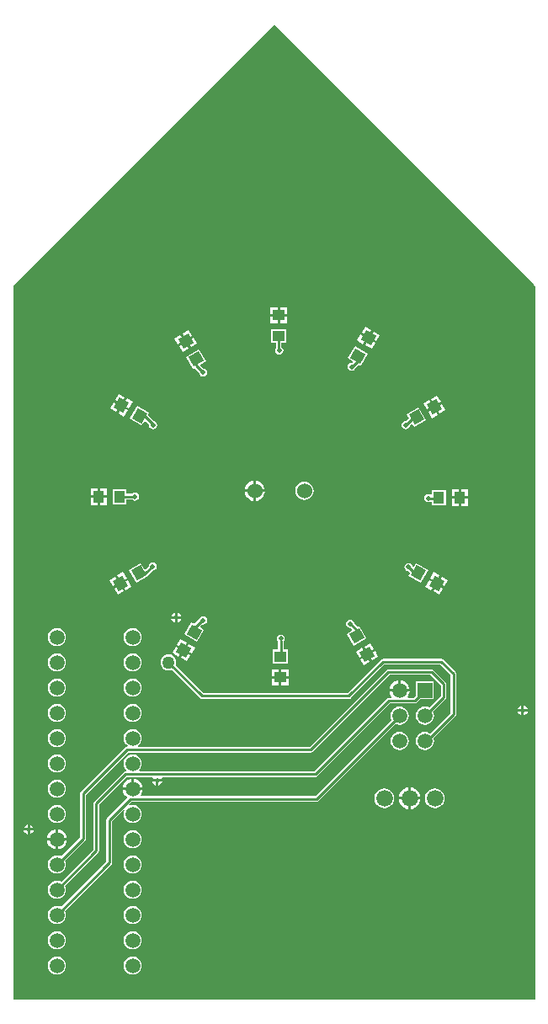
<source format=gtl>
G04*
G04 #@! TF.GenerationSoftware,Altium Limited,Altium Designer,20.1.12 (249)*
G04*
G04 Layer_Physical_Order=1*
G04 Layer_Color=255*
%FSLAX24Y24*%
%MOIN*%
G70*
G04*
G04 #@! TF.SameCoordinates,C2A8BCA2-F393-4655-900F-186C9399D15C*
G04*
G04*
G04 #@! TF.FilePolarity,Positive*
G04*
G01*
G75*
%ADD10C,0.0100*%
G04:AMPARAMS|DCode=14|XSize=47.2mil|YSize=43.3mil|CornerRadius=0mil|HoleSize=0mil|Usage=FLASHONLY|Rotation=150.000|XOffset=0mil|YOffset=0mil|HoleType=Round|Shape=Rectangle|*
%AMROTATEDRECTD14*
4,1,4,0.0313,0.0069,0.0096,-0.0306,-0.0313,-0.0069,-0.0096,0.0306,0.0313,0.0069,0.0*
%
%ADD14ROTATEDRECTD14*%

G04:AMPARAMS|DCode=15|XSize=47.2mil|YSize=43.3mil|CornerRadius=0mil|HoleSize=0mil|Usage=FLASHONLY|Rotation=120.000|XOffset=0mil|YOffset=0mil|HoleType=Round|Shape=Rectangle|*
%AMROTATEDRECTD15*
4,1,4,0.0306,-0.0096,-0.0069,-0.0313,-0.0306,0.0096,0.0069,0.0313,0.0306,-0.0096,0.0*
%
%ADD15ROTATEDRECTD15*%

%ADD16R,0.0433X0.0472*%
G04:AMPARAMS|DCode=17|XSize=47.2mil|YSize=43.3mil|CornerRadius=0mil|HoleSize=0mil|Usage=FLASHONLY|Rotation=60.000|XOffset=0mil|YOffset=0mil|HoleType=Round|Shape=Rectangle|*
%AMROTATEDRECTD17*
4,1,4,0.0069,-0.0313,-0.0306,-0.0096,-0.0069,0.0313,0.0306,0.0096,0.0069,-0.0313,0.0*
%
%ADD17ROTATEDRECTD17*%

G04:AMPARAMS|DCode=18|XSize=47.2mil|YSize=43.3mil|CornerRadius=0mil|HoleSize=0mil|Usage=FLASHONLY|Rotation=30.000|XOffset=0mil|YOffset=0mil|HoleType=Round|Shape=Rectangle|*
%AMROTATEDRECTD18*
4,1,4,-0.0096,-0.0306,-0.0313,0.0069,0.0096,0.0306,0.0313,-0.0069,-0.0096,-0.0306,0.0*
%
%ADD18ROTATEDRECTD18*%

%ADD19R,0.0472X0.0433*%
%ADD32C,0.0200*%
%ADD33C,0.0591*%
%ADD34C,0.0600*%
%ADD35C,0.0660*%
%ADD36R,0.0591X0.0591*%
%ADD37C,0.0200*%
%ADD38C,0.0500*%
G36*
X20670Y28250D02*
X20670Y0D01*
X-10D01*
Y28260D01*
X10325Y38595D01*
X20670Y28250D01*
D02*
G37*
%LPC*%
G36*
X10846Y27410D02*
X10560D01*
Y27143D01*
X10846D01*
Y27410D01*
D02*
G37*
G36*
X10460D02*
X10174D01*
Y27143D01*
X10460D01*
Y27410D01*
D02*
G37*
G36*
X10846Y27043D02*
X10560D01*
Y26777D01*
X10846D01*
Y27043D01*
D02*
G37*
G36*
X10460D02*
X10174D01*
Y26777D01*
X10460D01*
Y27043D01*
D02*
G37*
G36*
X13924Y26640D02*
X13791Y26409D01*
X14038Y26266D01*
X14172Y26497D01*
X13924Y26640D01*
D02*
G37*
G36*
X6956Y26510D02*
X6708Y26367D01*
X6842Y26136D01*
X7089Y26279D01*
X6956Y26510D01*
D02*
G37*
G36*
X14258Y26447D02*
X14125Y26216D01*
X14373Y26073D01*
X14506Y26304D01*
X14258Y26447D01*
D02*
G37*
G36*
X13741Y26323D02*
X13607Y26092D01*
X13855Y25949D01*
X13988Y26180D01*
X13741Y26323D01*
D02*
G37*
G36*
X6622Y26317D02*
X6374Y26174D01*
X6507Y25943D01*
X6755Y26086D01*
X6622Y26317D01*
D02*
G37*
G36*
X7139Y26193D02*
X6892Y26050D01*
X7025Y25819D01*
X7273Y25962D01*
X7139Y26193D01*
D02*
G37*
G36*
X14075Y26130D02*
X13942Y25899D01*
X14190Y25756D01*
X14323Y25987D01*
X14075Y26130D01*
D02*
G37*
G36*
X6805Y26000D02*
X6557Y25857D01*
X6690Y25626D01*
X6938Y25769D01*
X6805Y26000D01*
D02*
G37*
G36*
X10806Y26543D02*
X10214D01*
Y25990D01*
X10398D01*
Y25792D01*
X10379Y25764D01*
X10367Y25701D01*
X10379Y25639D01*
X10415Y25586D01*
X10468Y25551D01*
X10530Y25538D01*
X10592Y25551D01*
X10645Y25586D01*
X10681Y25639D01*
X10693Y25701D01*
X10681Y25764D01*
X10645Y25817D01*
X10622Y25832D01*
Y25990D01*
X10806D01*
Y26543D01*
D02*
G37*
G36*
X13525Y25870D02*
X13249Y25391D01*
X13419Y25292D01*
X13426Y25237D01*
X13401Y25213D01*
X13400Y25213D01*
X13338Y25201D01*
X13285Y25165D01*
X13249Y25112D01*
X13237Y25050D01*
X13249Y24988D01*
X13285Y24935D01*
X13338Y24899D01*
X13400Y24887D01*
X13462Y24899D01*
X13515Y24935D01*
X13551Y24988D01*
X13559Y25031D01*
X13674Y25145D01*
X13762Y25094D01*
X14038Y25573D01*
X13525Y25870D01*
D02*
G37*
G36*
X7355Y25740D02*
X6842Y25443D01*
X7118Y24964D01*
X7181Y25000D01*
X7349Y24832D01*
X7347Y24820D01*
X7359Y24758D01*
X7395Y24705D01*
X7448Y24669D01*
X7510Y24657D01*
X7572Y24669D01*
X7625Y24705D01*
X7661Y24758D01*
X7673Y24820D01*
X7661Y24882D01*
X7625Y24935D01*
X7572Y24971D01*
X7517Y24982D01*
X7411Y25088D01*
X7418Y25137D01*
X7631Y25261D01*
X7355Y25740D01*
D02*
G37*
G36*
X4176Y23976D02*
X4033Y23728D01*
X4264Y23595D01*
X4407Y23843D01*
X4176Y23976D01*
D02*
G37*
G36*
X16784Y23916D02*
X16553Y23783D01*
X16696Y23535D01*
X16927Y23668D01*
X16784Y23916D01*
D02*
G37*
G36*
X4493Y23793D02*
X4350Y23545D01*
X4581Y23412D01*
X4724Y23660D01*
X4493Y23793D01*
D02*
G37*
G36*
X16467Y23733D02*
X16236Y23600D01*
X16379Y23352D01*
X16610Y23485D01*
X16467Y23733D01*
D02*
G37*
G36*
X3983Y23642D02*
X3840Y23394D01*
X4071Y23261D01*
X4214Y23508D01*
X3983Y23642D01*
D02*
G37*
G36*
X16977Y23582D02*
X16746Y23448D01*
X16889Y23201D01*
X17120Y23334D01*
X16977Y23582D01*
D02*
G37*
G36*
X4300Y23458D02*
X4157Y23211D01*
X4388Y23077D01*
X4531Y23325D01*
X4300Y23458D01*
D02*
G37*
G36*
X16660Y23398D02*
X16429Y23265D01*
X16572Y23017D01*
X16803Y23151D01*
X16660Y23398D01*
D02*
G37*
G36*
X16053Y23448D02*
X15574Y23172D01*
X15665Y23014D01*
X15552Y22901D01*
X15540Y22903D01*
X15478Y22891D01*
X15425Y22855D01*
X15389Y22802D01*
X15377Y22740D01*
X15389Y22678D01*
X15425Y22625D01*
X15478Y22589D01*
X15540Y22577D01*
X15602Y22589D01*
X15655Y22625D01*
X15691Y22678D01*
X15702Y22733D01*
X15752Y22784D01*
X15802Y22777D01*
X15871Y22659D01*
X16350Y22935D01*
X16053Y23448D01*
D02*
G37*
G36*
X4907Y23508D02*
X4610Y22995D01*
X5089Y22719D01*
X5195Y22901D01*
X5244Y22907D01*
X5379Y22772D01*
X5373Y22740D01*
X5385Y22678D01*
X5420Y22625D01*
X5473Y22589D01*
X5536Y22577D01*
X5598Y22589D01*
X5651Y22625D01*
X5686Y22678D01*
X5699Y22740D01*
X5686Y22802D01*
X5651Y22855D01*
X5598Y22891D01*
X5573Y22896D01*
X5331Y23137D01*
X5386Y23232D01*
X4907Y23508D01*
D02*
G37*
G36*
X9610Y20537D02*
Y20190D01*
X9957D01*
X9950Y20244D01*
X9909Y20342D01*
X9845Y20425D01*
X9762Y20489D01*
X9664Y20530D01*
X9610Y20537D01*
D02*
G37*
G36*
X9510D02*
X9456Y20530D01*
X9358Y20489D01*
X9275Y20425D01*
X9211Y20342D01*
X9170Y20244D01*
X9163Y20190D01*
X9510D01*
Y20537D01*
D02*
G37*
G36*
X17123Y20166D02*
X16570D01*
Y20011D01*
X16520Y19984D01*
X16495Y20001D01*
X16433Y20013D01*
X16370Y20001D01*
X16317Y19965D01*
X16282Y19912D01*
X16270Y19850D01*
X16282Y19788D01*
X16317Y19735D01*
X16370Y19699D01*
X16433Y19687D01*
X16495Y19699D01*
X16508Y19708D01*
X16570D01*
Y19574D01*
X17123D01*
Y20166D01*
D02*
G37*
G36*
X3693Y20246D02*
X3427D01*
Y19960D01*
X3693D01*
Y20246D01*
D02*
G37*
G36*
X3327D02*
X3060D01*
Y19960D01*
X3327D01*
Y20246D01*
D02*
G37*
G36*
X17990Y20206D02*
X17723D01*
Y19920D01*
X17990D01*
Y20206D01*
D02*
G37*
G36*
X17623D02*
X17357D01*
Y19920D01*
X17623D01*
Y20206D01*
D02*
G37*
G36*
X11529Y20503D02*
X11435Y20491D01*
X11347Y20454D01*
X11272Y20397D01*
X11214Y20322D01*
X11178Y20234D01*
X11165Y20140D01*
X11178Y20046D01*
X11214Y19958D01*
X11272Y19883D01*
X11347Y19826D01*
X11435Y19789D01*
X11529Y19777D01*
X11622Y19789D01*
X11710Y19826D01*
X11785Y19883D01*
X11843Y19958D01*
X11879Y20046D01*
X11892Y20140D01*
X11879Y20234D01*
X11843Y20322D01*
X11785Y20397D01*
X11710Y20454D01*
X11622Y20491D01*
X11529Y20503D01*
D02*
G37*
G36*
X4480Y20206D02*
X3927D01*
Y19614D01*
X4480D01*
Y19798D01*
X4703D01*
X4705Y19795D01*
X4758Y19759D01*
X4820Y19747D01*
X4882Y19759D01*
X4935Y19795D01*
X4971Y19848D01*
X4983Y19910D01*
X4971Y19972D01*
X4935Y20025D01*
X4882Y20061D01*
X4820Y20073D01*
X4758Y20061D01*
X4705Y20025D01*
X4703Y20022D01*
X4480D01*
Y20206D01*
D02*
G37*
G36*
X9957Y20090D02*
X9610D01*
Y19743D01*
X9664Y19750D01*
X9762Y19791D01*
X9845Y19855D01*
X9909Y19938D01*
X9950Y20036D01*
X9957Y20090D01*
D02*
G37*
G36*
X9510D02*
X9163D01*
X9170Y20036D01*
X9211Y19938D01*
X9275Y19855D01*
X9358Y19791D01*
X9456Y19750D01*
X9510Y19743D01*
Y20090D01*
D02*
G37*
G36*
X3693Y19860D02*
X3427D01*
Y19574D01*
X3693D01*
Y19860D01*
D02*
G37*
G36*
X3327D02*
X3060D01*
Y19574D01*
X3327D01*
Y19860D01*
D02*
G37*
G36*
X17990Y19820D02*
X17723D01*
Y19534D01*
X17990D01*
Y19820D01*
D02*
G37*
G36*
X17623D02*
X17357D01*
Y19534D01*
X17623D01*
Y19820D01*
D02*
G37*
G36*
X5517Y17302D02*
X5454Y17290D01*
X5401Y17254D01*
X5366Y17202D01*
X5357Y17155D01*
X5237Y17036D01*
X5188Y17042D01*
X5049Y17281D01*
X4570Y17005D01*
X4867Y16492D01*
X5346Y16768D01*
X5324Y16806D01*
X5326Y16807D01*
X5498Y16980D01*
X5517Y16976D01*
X5579Y16988D01*
X5632Y17024D01*
X5667Y17077D01*
X5680Y17139D01*
X5667Y17202D01*
X5632Y17254D01*
X5579Y17290D01*
X5517Y17302D01*
D02*
G37*
G36*
X4348Y16923D02*
X4117Y16789D01*
X4260Y16542D01*
X4491Y16675D01*
X4348Y16923D01*
D02*
G37*
G36*
X16652D02*
X16509Y16675D01*
X16740Y16542D01*
X16883Y16789D01*
X16652Y16923D01*
D02*
G37*
G36*
X15650Y17283D02*
X15588Y17271D01*
X15535Y17235D01*
X15499Y17182D01*
X15487Y17120D01*
X15499Y17058D01*
X15535Y17005D01*
X15588Y16969D01*
X15643Y16958D01*
X15711Y16890D01*
X15710Y16887D01*
X15713Y16871D01*
X15654Y16768D01*
X16133Y16492D01*
X16430Y17005D01*
X15951Y17281D01*
X15862Y17128D01*
X15810Y17137D01*
X15801Y17182D01*
X15765Y17235D01*
X15712Y17271D01*
X15650Y17283D01*
D02*
G37*
G36*
X4031Y16739D02*
X3800Y16606D01*
X3943Y16358D01*
X4174Y16492D01*
X4031Y16739D01*
D02*
G37*
G36*
X16969D02*
X16826Y16492D01*
X17057Y16358D01*
X17200Y16606D01*
X16969Y16739D01*
D02*
G37*
G36*
X4541Y16588D02*
X4310Y16455D01*
X4453Y16207D01*
X4684Y16340D01*
X4541Y16588D01*
D02*
G37*
G36*
X16459D02*
X16316Y16340D01*
X16547Y16207D01*
X16690Y16455D01*
X16459Y16588D01*
D02*
G37*
G36*
X16776Y16405D02*
X16633Y16157D01*
X16864Y16024D01*
X17007Y16272D01*
X16776Y16405D01*
D02*
G37*
G36*
X4224Y16405D02*
X3993Y16272D01*
X4136Y16024D01*
X4367Y16157D01*
X4224Y16405D01*
D02*
G37*
G36*
X6500Y15314D02*
Y15170D01*
X6644D01*
X6638Y15198D01*
X6594Y15264D01*
X6528Y15308D01*
X6500Y15314D01*
D02*
G37*
G36*
X6400D02*
X6372Y15308D01*
X6306Y15264D01*
X6262Y15198D01*
X6256Y15170D01*
X6400D01*
Y15314D01*
D02*
G37*
G36*
X6644Y15070D02*
X6500D01*
Y14926D01*
X6528Y14932D01*
X6594Y14976D01*
X6638Y15042D01*
X6644Y15070D01*
D02*
G37*
G36*
X6400D02*
X6256D01*
X6262Y15042D01*
X6306Y14976D01*
X6372Y14932D01*
X6400Y14926D01*
Y15070D01*
D02*
G37*
G36*
X7510Y15173D02*
X7448Y15161D01*
X7395Y15125D01*
X7359Y15072D01*
X7356Y15054D01*
X7164Y14863D01*
X7038Y14936D01*
X6762Y14457D01*
X7275Y14160D01*
X7551Y14639D01*
X7401Y14726D01*
X7394Y14776D01*
X7473Y14854D01*
X7510Y14847D01*
X7572Y14859D01*
X7625Y14895D01*
X7661Y14948D01*
X7673Y15010D01*
X7661Y15072D01*
X7625Y15125D01*
X7572Y15161D01*
X7510Y15173D01*
D02*
G37*
G36*
X13340Y15043D02*
X13278Y15031D01*
X13225Y14995D01*
X13189Y14942D01*
X13177Y14880D01*
X13189Y14818D01*
X13225Y14765D01*
X13278Y14729D01*
X13340Y14717D01*
X13352Y14719D01*
X13419Y14652D01*
X13412Y14603D01*
X13199Y14479D01*
X13475Y14000D01*
X13988Y14297D01*
X13712Y14776D01*
X13649Y14740D01*
X13502Y14887D01*
X13491Y14942D01*
X13455Y14995D01*
X13402Y15031D01*
X13340Y15043D01*
D02*
G37*
G36*
X4730Y14708D02*
X4637Y14696D01*
X4551Y14660D01*
X4477Y14603D01*
X4420Y14529D01*
X4384Y14443D01*
X4372Y14350D01*
X4384Y14257D01*
X4420Y14171D01*
X4477Y14097D01*
X4551Y14040D01*
X4637Y14004D01*
X4730Y13992D01*
X4823Y14004D01*
X4909Y14040D01*
X4983Y14097D01*
X5040Y14171D01*
X5076Y14257D01*
X5088Y14350D01*
X5076Y14443D01*
X5040Y14529D01*
X4983Y14603D01*
X4909Y14660D01*
X4823Y14696D01*
X4730Y14708D01*
D02*
G37*
G36*
X1730D02*
X1637Y14696D01*
X1551Y14660D01*
X1477Y14603D01*
X1420Y14529D01*
X1384Y14443D01*
X1372Y14350D01*
X1384Y14257D01*
X1420Y14171D01*
X1477Y14097D01*
X1551Y14040D01*
X1637Y14004D01*
X1730Y13992D01*
X1823Y14004D01*
X1909Y14040D01*
X1983Y14097D01*
X2040Y14171D01*
X2076Y14257D01*
X2088Y14350D01*
X2076Y14443D01*
X2040Y14529D01*
X1983Y14603D01*
X1909Y14660D01*
X1823Y14696D01*
X1730Y14708D01*
D02*
G37*
G36*
X6610Y14274D02*
X6477Y14043D01*
X6725Y13900D01*
X6858Y14131D01*
X6610Y14274D01*
D02*
G37*
G36*
X14140Y14114D02*
X13892Y13971D01*
X14025Y13740D01*
X14273Y13883D01*
X14140Y14114D01*
D02*
G37*
G36*
X6945Y14081D02*
X6812Y13850D01*
X7059Y13707D01*
X7193Y13938D01*
X6945Y14081D01*
D02*
G37*
G36*
X6427Y13957D02*
X6294Y13726D01*
X6542Y13583D01*
X6675Y13814D01*
X6427Y13957D01*
D02*
G37*
G36*
X13805Y13921D02*
X13557Y13778D01*
X13691Y13547D01*
X13938Y13690D01*
X13805Y13921D01*
D02*
G37*
G36*
X14323Y13797D02*
X14075Y13654D01*
X14208Y13423D01*
X14456Y13566D01*
X14323Y13797D01*
D02*
G37*
G36*
X6762Y13764D02*
X6628Y13533D01*
X6876Y13390D01*
X7009Y13621D01*
X6762Y13764D01*
D02*
G37*
G36*
X10590Y14448D02*
X10528Y14436D01*
X10475Y14400D01*
X10439Y14347D01*
X10427Y14285D01*
X10439Y14222D01*
X10475Y14169D01*
X10478Y14167D01*
Y13860D01*
X10274D01*
Y13307D01*
X10866D01*
Y13860D01*
X10702D01*
Y14167D01*
X10705Y14169D01*
X10741Y14222D01*
X10753Y14285D01*
X10741Y14347D01*
X10705Y14400D01*
X10652Y14436D01*
X10590Y14448D01*
D02*
G37*
G36*
X13988Y13604D02*
X13741Y13461D01*
X13874Y13230D01*
X14122Y13373D01*
X13988Y13604D01*
D02*
G37*
G36*
X16560Y13082D02*
X16560Y13082D01*
X14850D01*
X14850Y13082D01*
X14807Y13074D01*
X14771Y13049D01*
X14771Y13049D01*
X11724Y10002D01*
X4942D01*
X4925Y10052D01*
X4983Y10097D01*
X5040Y10171D01*
X5076Y10257D01*
X5088Y10350D01*
X5076Y10443D01*
X5040Y10529D01*
X4983Y10603D01*
X4909Y10660D01*
X4823Y10696D01*
X4730Y10708D01*
X4637Y10696D01*
X4551Y10660D01*
X4477Y10603D01*
X4420Y10529D01*
X4384Y10443D01*
X4372Y10350D01*
X4384Y10257D01*
X4420Y10171D01*
X4477Y10097D01*
X4535Y10052D01*
X4518Y10002D01*
X4490D01*
X4447Y9994D01*
X4411Y9969D01*
X4411Y9969D01*
X2681Y8239D01*
X2656Y8203D01*
X2648Y8160D01*
X2648Y8160D01*
Y6426D01*
X1890Y5668D01*
X1823Y5696D01*
X1730Y5708D01*
X1637Y5696D01*
X1551Y5660D01*
X1477Y5603D01*
X1420Y5529D01*
X1384Y5443D01*
X1372Y5350D01*
X1384Y5257D01*
X1420Y5171D01*
X1477Y5097D01*
X1551Y5040D01*
X1637Y5004D01*
X1730Y4992D01*
X1823Y5004D01*
X1909Y5040D01*
X1983Y5097D01*
X2040Y5171D01*
X2076Y5257D01*
X2088Y5350D01*
X2076Y5443D01*
X2048Y5510D01*
X2839Y6301D01*
X2864Y6337D01*
X2872Y6380D01*
X2872Y6380D01*
Y8114D01*
X4536Y9778D01*
X11770D01*
X11770Y9778D01*
X11813Y9786D01*
X11849Y9811D01*
X14896Y12858D01*
X16514D01*
X16926Y12445D01*
Y12025D01*
X16460Y11558D01*
X16393Y11586D01*
X16300Y11598D01*
X16207Y11586D01*
X16121Y11550D01*
X16047Y11493D01*
X15990Y11419D01*
X15954Y11333D01*
X15942Y11240D01*
X15954Y11147D01*
X15990Y11061D01*
X16047Y10987D01*
X16121Y10930D01*
X16207Y10894D01*
X16300Y10882D01*
X16393Y10894D01*
X16479Y10930D01*
X16553Y10987D01*
X16610Y11061D01*
X16646Y11147D01*
X16658Y11240D01*
X16646Y11333D01*
X16618Y11400D01*
X17118Y11899D01*
X17118Y11899D01*
X17142Y11936D01*
X17151Y11979D01*
Y12491D01*
X17151Y12491D01*
X17142Y12534D01*
X17118Y12571D01*
X17118Y12571D01*
X16639Y13049D01*
X16603Y13074D01*
X16560Y13082D01*
D02*
G37*
G36*
X4730Y13708D02*
X4637Y13696D01*
X4551Y13660D01*
X4477Y13603D01*
X4420Y13529D01*
X4384Y13443D01*
X4372Y13350D01*
X4384Y13257D01*
X4420Y13171D01*
X4477Y13097D01*
X4551Y13040D01*
X4637Y13004D01*
X4730Y12992D01*
X4823Y13004D01*
X4909Y13040D01*
X4983Y13097D01*
X5040Y13171D01*
X5076Y13257D01*
X5088Y13350D01*
X5076Y13443D01*
X5040Y13529D01*
X4983Y13603D01*
X4909Y13660D01*
X4823Y13696D01*
X4730Y13708D01*
D02*
G37*
G36*
X1730D02*
X1637Y13696D01*
X1551Y13660D01*
X1477Y13603D01*
X1420Y13529D01*
X1384Y13443D01*
X1372Y13350D01*
X1384Y13257D01*
X1420Y13171D01*
X1477Y13097D01*
X1551Y13040D01*
X1637Y13004D01*
X1730Y12992D01*
X1823Y13004D01*
X1909Y13040D01*
X1983Y13097D01*
X2040Y13171D01*
X2076Y13257D01*
X2088Y13350D01*
X2076Y13443D01*
X2040Y13529D01*
X1983Y13603D01*
X1909Y13660D01*
X1823Y13696D01*
X1730Y13708D01*
D02*
G37*
G36*
X10906Y13073D02*
X10620D01*
Y12807D01*
X10906D01*
Y13073D01*
D02*
G37*
G36*
X10520D02*
X10234D01*
Y12807D01*
X10520D01*
Y13073D01*
D02*
G37*
G36*
X10906Y12707D02*
X10620D01*
Y12440D01*
X10906D01*
Y12707D01*
D02*
G37*
G36*
X10520D02*
X10234D01*
Y12440D01*
X10520D01*
Y12707D01*
D02*
G37*
G36*
X15350Y12632D02*
Y12290D01*
X15692D01*
X15685Y12343D01*
X15645Y12439D01*
X15582Y12522D01*
X15499Y12585D01*
X15403Y12625D01*
X15350Y12632D01*
D02*
G37*
G36*
X15250D02*
X15197Y12625D01*
X15101Y12585D01*
X15018Y12522D01*
X14955Y12439D01*
X14915Y12343D01*
X14908Y12290D01*
X15250D01*
Y12632D01*
D02*
G37*
G36*
X4730Y12708D02*
X4637Y12696D01*
X4551Y12660D01*
X4477Y12603D01*
X4420Y12529D01*
X4384Y12443D01*
X4372Y12350D01*
X4384Y12257D01*
X4420Y12171D01*
X4477Y12097D01*
X4551Y12040D01*
X4637Y12004D01*
X4730Y11992D01*
X4823Y12004D01*
X4909Y12040D01*
X4983Y12097D01*
X5040Y12171D01*
X5076Y12257D01*
X5088Y12350D01*
X5076Y12443D01*
X5040Y12529D01*
X4983Y12603D01*
X4909Y12660D01*
X4823Y12696D01*
X4730Y12708D01*
D02*
G37*
G36*
X1730D02*
X1637Y12696D01*
X1551Y12660D01*
X1477Y12603D01*
X1420Y12529D01*
X1384Y12443D01*
X1372Y12350D01*
X1384Y12257D01*
X1420Y12171D01*
X1477Y12097D01*
X1551Y12040D01*
X1637Y12004D01*
X1730Y11992D01*
X1823Y12004D01*
X1909Y12040D01*
X1983Y12097D01*
X2040Y12171D01*
X2076Y12257D01*
X2088Y12350D01*
X2076Y12443D01*
X2040Y12529D01*
X1983Y12603D01*
X1909Y12660D01*
X1823Y12696D01*
X1730Y12708D01*
D02*
G37*
G36*
X16655Y12595D02*
X15945D01*
Y12043D01*
X15848Y11947D01*
X15636D01*
X15612Y11997D01*
X15645Y12041D01*
X15685Y12137D01*
X15692Y12190D01*
X15300D01*
X14908D01*
X14915Y12137D01*
X14955Y12041D01*
X14988Y11997D01*
X14964Y11947D01*
X14865D01*
X14865Y11947D01*
X14822Y11938D01*
X14785Y11914D01*
X11914Y9042D01*
X4990D01*
X4974Y9089D01*
X4983Y9097D01*
X5040Y9171D01*
X5076Y9257D01*
X5088Y9350D01*
X5076Y9443D01*
X5040Y9529D01*
X4983Y9603D01*
X4909Y9660D01*
X4823Y9696D01*
X4730Y9708D01*
X4637Y9696D01*
X4551Y9660D01*
X4477Y9603D01*
X4420Y9529D01*
X4384Y9443D01*
X4372Y9350D01*
X4384Y9257D01*
X4420Y9171D01*
X4477Y9097D01*
X4486Y9089D01*
X4470Y9042D01*
X4440D01*
X4397Y9034D01*
X4361Y9009D01*
X4361Y9009D01*
X3203Y7851D01*
X3178Y7815D01*
X3170Y7772D01*
X3170Y7772D01*
Y5948D01*
X1890Y4668D01*
X1823Y4696D01*
X1730Y4708D01*
X1637Y4696D01*
X1551Y4660D01*
X1477Y4603D01*
X1420Y4529D01*
X1384Y4443D01*
X1372Y4350D01*
X1384Y4257D01*
X1420Y4171D01*
X1477Y4097D01*
X1551Y4040D01*
X1637Y4004D01*
X1730Y3992D01*
X1823Y4004D01*
X1909Y4040D01*
X1983Y4097D01*
X2040Y4171D01*
X2076Y4257D01*
X2088Y4350D01*
X2076Y4443D01*
X2048Y4510D01*
X3361Y5823D01*
X3361Y5823D01*
X3386Y5859D01*
X3394Y5902D01*
Y7725D01*
X4486Y8818D01*
X5496D01*
X5523Y8768D01*
X5512Y8751D01*
X5506Y8723D01*
X5894D01*
X5888Y8751D01*
X5877Y8768D01*
X5904Y8818D01*
X11960D01*
X11960Y8818D01*
X12003Y8826D01*
X12039Y8851D01*
X14911Y11723D01*
X15895D01*
X15895Y11723D01*
X15938Y11731D01*
X15974Y11755D01*
X16103Y11885D01*
X16655D01*
Y12595D01*
D02*
G37*
G36*
X20220Y11644D02*
Y11500D01*
X20364D01*
X20358Y11528D01*
X20314Y11594D01*
X20248Y11638D01*
X20220Y11644D01*
D02*
G37*
G36*
X20120D02*
X20092Y11638D01*
X20026Y11594D01*
X19982Y11528D01*
X19976Y11500D01*
X20120D01*
Y11644D01*
D02*
G37*
G36*
X20364Y11400D02*
X20220D01*
Y11256D01*
X20248Y11262D01*
X20314Y11306D01*
X20358Y11372D01*
X20364Y11400D01*
D02*
G37*
G36*
X20120D02*
X19976D01*
X19982Y11372D01*
X20026Y11306D01*
X20092Y11262D01*
X20120Y11256D01*
Y11400D01*
D02*
G37*
G36*
X4730Y11708D02*
X4637Y11696D01*
X4551Y11660D01*
X4477Y11603D01*
X4420Y11529D01*
X4384Y11443D01*
X4372Y11350D01*
X4384Y11257D01*
X4420Y11171D01*
X4477Y11097D01*
X4551Y11040D01*
X4637Y11004D01*
X4730Y10992D01*
X4823Y11004D01*
X4909Y11040D01*
X4983Y11097D01*
X5040Y11171D01*
X5076Y11257D01*
X5088Y11350D01*
X5076Y11443D01*
X5040Y11529D01*
X4983Y11603D01*
X4909Y11660D01*
X4823Y11696D01*
X4730Y11708D01*
D02*
G37*
G36*
X1730D02*
X1637Y11696D01*
X1551Y11660D01*
X1477Y11603D01*
X1420Y11529D01*
X1384Y11443D01*
X1372Y11350D01*
X1384Y11257D01*
X1420Y11171D01*
X1477Y11097D01*
X1551Y11040D01*
X1637Y11004D01*
X1730Y10992D01*
X1823Y11004D01*
X1909Y11040D01*
X1983Y11097D01*
X2040Y11171D01*
X2076Y11257D01*
X2088Y11350D01*
X2076Y11443D01*
X2040Y11529D01*
X1983Y11603D01*
X1909Y11660D01*
X1823Y11696D01*
X1730Y11708D01*
D02*
G37*
G36*
X15300Y11598D02*
X15207Y11586D01*
X15121Y11550D01*
X15047Y11493D01*
X14990Y11419D01*
X14954Y11333D01*
X14942Y11240D01*
X14954Y11147D01*
X14982Y11080D01*
X11958Y8057D01*
X5066D01*
X5042Y8107D01*
X5075Y8151D01*
X5115Y8247D01*
X5122Y8300D01*
X4730D01*
X4338D01*
X4345Y8247D01*
X4385Y8151D01*
X4448Y8068D01*
X4500Y8029D01*
X4503Y7979D01*
X3721Y7197D01*
X3696Y7160D01*
X3688Y7117D01*
X3688Y7117D01*
Y5466D01*
X1890Y3668D01*
X1823Y3696D01*
X1730Y3708D01*
X1637Y3696D01*
X1551Y3660D01*
X1477Y3603D01*
X1420Y3529D01*
X1384Y3443D01*
X1372Y3350D01*
X1384Y3257D01*
X1420Y3171D01*
X1477Y3097D01*
X1551Y3040D01*
X1637Y3004D01*
X1730Y2992D01*
X1823Y3004D01*
X1909Y3040D01*
X1983Y3097D01*
X2040Y3171D01*
X2076Y3257D01*
X2088Y3350D01*
X2076Y3443D01*
X2048Y3510D01*
X3879Y5341D01*
X3904Y5377D01*
X3912Y5420D01*
X3912Y5420D01*
Y7071D01*
X4362Y7521D01*
X4404Y7492D01*
X4384Y7443D01*
X4372Y7350D01*
X4384Y7257D01*
X4420Y7171D01*
X4477Y7097D01*
X4551Y7040D01*
X4637Y7004D01*
X4730Y6992D01*
X4823Y7004D01*
X4909Y7040D01*
X4983Y7097D01*
X5040Y7171D01*
X5076Y7257D01*
X5088Y7350D01*
X5076Y7443D01*
X5040Y7529D01*
X4983Y7603D01*
X4909Y7660D01*
X4823Y7696D01*
X4730Y7708D01*
X4637Y7696D01*
X4588Y7676D01*
X4559Y7718D01*
X4674Y7833D01*
X12005D01*
X12005Y7833D01*
X12048Y7841D01*
X12084Y7865D01*
X15140Y10922D01*
X15207Y10894D01*
X15300Y10882D01*
X15393Y10894D01*
X15479Y10930D01*
X15553Y10987D01*
X15610Y11061D01*
X15646Y11147D01*
X15658Y11240D01*
X15646Y11333D01*
X15610Y11419D01*
X15553Y11493D01*
X15479Y11550D01*
X15393Y11586D01*
X15300Y11598D01*
D02*
G37*
G36*
X6142Y13663D02*
X6061Y13652D01*
X5986Y13621D01*
X5921Y13571D01*
X5871Y13506D01*
X5840Y13431D01*
X5829Y13350D01*
X5840Y13269D01*
X5871Y13194D01*
X5921Y13129D01*
X5986Y13079D01*
X6061Y13048D01*
X6142Y13037D01*
X6223Y13048D01*
X6267Y13066D01*
X7393Y11941D01*
X7429Y11916D01*
X7472Y11908D01*
X7472Y11908D01*
X13280D01*
X13280Y11908D01*
X13323Y11916D01*
X13359Y11941D01*
X14686Y13268D01*
X16904D01*
X17318Y12854D01*
Y11346D01*
X16503Y10532D01*
X16479Y10550D01*
X16393Y10586D01*
X16300Y10598D01*
X16207Y10586D01*
X16121Y10550D01*
X16047Y10493D01*
X15990Y10419D01*
X15954Y10333D01*
X15942Y10240D01*
X15954Y10147D01*
X15990Y10061D01*
X16047Y9987D01*
X16121Y9930D01*
X16207Y9894D01*
X16300Y9882D01*
X16393Y9894D01*
X16479Y9930D01*
X16553Y9987D01*
X16610Y10061D01*
X16646Y10147D01*
X16658Y10240D01*
X16646Y10333D01*
X16639Y10350D01*
X17509Y11221D01*
X17509Y11221D01*
X17534Y11257D01*
X17542Y11300D01*
Y12900D01*
X17542Y12900D01*
X17534Y12943D01*
X17509Y12979D01*
X17509Y12979D01*
X17029Y13459D01*
X16993Y13484D01*
X16950Y13492D01*
X16950Y13492D01*
X14640D01*
X14597Y13484D01*
X14561Y13459D01*
X14561Y13459D01*
X13234Y12132D01*
X7518D01*
X6426Y13225D01*
X6444Y13269D01*
X6455Y13350D01*
X6444Y13431D01*
X6413Y13506D01*
X6363Y13571D01*
X6298Y13621D01*
X6223Y13652D01*
X6142Y13663D01*
D02*
G37*
G36*
X1730Y10708D02*
X1637Y10696D01*
X1551Y10660D01*
X1477Y10603D01*
X1420Y10529D01*
X1384Y10443D01*
X1372Y10350D01*
X1384Y10257D01*
X1420Y10171D01*
X1477Y10097D01*
X1551Y10040D01*
X1637Y10004D01*
X1730Y9992D01*
X1823Y10004D01*
X1909Y10040D01*
X1983Y10097D01*
X2040Y10171D01*
X2076Y10257D01*
X2088Y10350D01*
X2076Y10443D01*
X2040Y10529D01*
X1983Y10603D01*
X1909Y10660D01*
X1823Y10696D01*
X1730Y10708D01*
D02*
G37*
G36*
X15300Y10598D02*
X15207Y10586D01*
X15121Y10550D01*
X15047Y10493D01*
X14990Y10419D01*
X14954Y10333D01*
X14942Y10240D01*
X14954Y10147D01*
X14990Y10061D01*
X15047Y9987D01*
X15121Y9930D01*
X15207Y9894D01*
X15300Y9882D01*
X15393Y9894D01*
X15479Y9930D01*
X15553Y9987D01*
X15610Y10061D01*
X15646Y10147D01*
X15658Y10240D01*
X15646Y10333D01*
X15610Y10419D01*
X15553Y10493D01*
X15479Y10550D01*
X15393Y10586D01*
X15300Y10598D01*
D02*
G37*
G36*
X1730Y9708D02*
X1637Y9696D01*
X1551Y9660D01*
X1477Y9603D01*
X1420Y9529D01*
X1384Y9443D01*
X1372Y9350D01*
X1384Y9257D01*
X1420Y9171D01*
X1477Y9097D01*
X1551Y9040D01*
X1637Y9004D01*
X1730Y8992D01*
X1823Y9004D01*
X1909Y9040D01*
X1983Y9097D01*
X2040Y9171D01*
X2076Y9257D01*
X2088Y9350D01*
X2076Y9443D01*
X2040Y9529D01*
X1983Y9603D01*
X1909Y9660D01*
X1823Y9696D01*
X1730Y9708D01*
D02*
G37*
G36*
X5894Y8623D02*
X5750D01*
Y8479D01*
X5778Y8485D01*
X5844Y8529D01*
X5888Y8595D01*
X5894Y8623D01*
D02*
G37*
G36*
X5650D02*
X5506D01*
X5512Y8595D01*
X5556Y8529D01*
X5622Y8485D01*
X5650Y8479D01*
Y8623D01*
D02*
G37*
G36*
X4780Y8742D02*
Y8400D01*
X5122D01*
X5115Y8453D01*
X5075Y8549D01*
X5012Y8632D01*
X4929Y8695D01*
X4833Y8735D01*
X4780Y8742D01*
D02*
G37*
G36*
X4680D02*
X4627Y8735D01*
X4531Y8695D01*
X4448Y8632D01*
X4385Y8549D01*
X4345Y8453D01*
X4338Y8400D01*
X4680D01*
Y8742D01*
D02*
G37*
G36*
X15740Y8397D02*
Y8020D01*
X16117D01*
X16109Y8082D01*
X16066Y8187D01*
X15997Y8277D01*
X15907Y8346D01*
X15802Y8389D01*
X15740Y8397D01*
D02*
G37*
G36*
X15640D02*
X15578Y8389D01*
X15473Y8346D01*
X15383Y8277D01*
X15314Y8187D01*
X15271Y8082D01*
X15263Y8020D01*
X15640D01*
Y8397D01*
D02*
G37*
G36*
X1730Y8708D02*
X1637Y8696D01*
X1551Y8660D01*
X1477Y8603D01*
X1420Y8529D01*
X1384Y8443D01*
X1372Y8350D01*
X1384Y8257D01*
X1420Y8171D01*
X1477Y8097D01*
X1551Y8040D01*
X1637Y8004D01*
X1730Y7992D01*
X1823Y8004D01*
X1909Y8040D01*
X1983Y8097D01*
X2040Y8171D01*
X2076Y8257D01*
X2088Y8350D01*
X2076Y8443D01*
X2040Y8529D01*
X1983Y8603D01*
X1909Y8660D01*
X1823Y8696D01*
X1730Y8708D01*
D02*
G37*
G36*
X16690Y8363D02*
X16588Y8350D01*
X16493Y8311D01*
X16412Y8248D01*
X16349Y8167D01*
X16310Y8072D01*
X16297Y7970D01*
X16310Y7868D01*
X16349Y7773D01*
X16412Y7692D01*
X16493Y7629D01*
X16588Y7590D01*
X16690Y7577D01*
X16792Y7590D01*
X16887Y7629D01*
X16968Y7692D01*
X17031Y7773D01*
X17070Y7868D01*
X17083Y7970D01*
X17070Y8072D01*
X17031Y8167D01*
X16968Y8248D01*
X16887Y8311D01*
X16792Y8350D01*
X16690Y8363D01*
D02*
G37*
G36*
X14690D02*
X14588Y8350D01*
X14493Y8311D01*
X14412Y8248D01*
X14349Y8167D01*
X14310Y8072D01*
X14297Y7970D01*
X14310Y7868D01*
X14349Y7773D01*
X14412Y7692D01*
X14493Y7629D01*
X14588Y7590D01*
X14690Y7577D01*
X14792Y7590D01*
X14887Y7629D01*
X14968Y7692D01*
X15031Y7773D01*
X15070Y7868D01*
X15083Y7970D01*
X15070Y8072D01*
X15031Y8167D01*
X14968Y8248D01*
X14887Y8311D01*
X14792Y8350D01*
X14690Y8363D01*
D02*
G37*
G36*
X16117Y7920D02*
X15740D01*
Y7543D01*
X15802Y7551D01*
X15907Y7594D01*
X15997Y7663D01*
X16066Y7753D01*
X16109Y7858D01*
X16117Y7920D01*
D02*
G37*
G36*
X15640D02*
X15263D01*
X15271Y7858D01*
X15314Y7753D01*
X15383Y7663D01*
X15473Y7594D01*
X15578Y7551D01*
X15640Y7543D01*
Y7920D01*
D02*
G37*
G36*
X1730Y7708D02*
X1637Y7696D01*
X1551Y7660D01*
X1477Y7603D01*
X1420Y7529D01*
X1384Y7443D01*
X1372Y7350D01*
X1384Y7257D01*
X1420Y7171D01*
X1477Y7097D01*
X1551Y7040D01*
X1637Y7004D01*
X1730Y6992D01*
X1823Y7004D01*
X1909Y7040D01*
X1983Y7097D01*
X2040Y7171D01*
X2076Y7257D01*
X2088Y7350D01*
X2076Y7443D01*
X2040Y7529D01*
X1983Y7603D01*
X1909Y7660D01*
X1823Y7696D01*
X1730Y7708D01*
D02*
G37*
G36*
X660Y6934D02*
Y6790D01*
X804D01*
X798Y6818D01*
X754Y6884D01*
X688Y6928D01*
X660Y6934D01*
D02*
G37*
G36*
X560D02*
X532Y6928D01*
X466Y6884D01*
X422Y6818D01*
X416Y6790D01*
X560D01*
Y6934D01*
D02*
G37*
G36*
X804Y6690D02*
X660D01*
Y6546D01*
X688Y6552D01*
X754Y6596D01*
X798Y6662D01*
X804Y6690D01*
D02*
G37*
G36*
X560D02*
X416D01*
X422Y6662D01*
X466Y6596D01*
X532Y6552D01*
X560Y6546D01*
Y6690D01*
D02*
G37*
G36*
X1780Y6742D02*
Y6400D01*
X2122D01*
X2115Y6453D01*
X2075Y6549D01*
X2012Y6632D01*
X1929Y6695D01*
X1833Y6735D01*
X1780Y6742D01*
D02*
G37*
G36*
X1680D02*
X1627Y6735D01*
X1531Y6695D01*
X1448Y6632D01*
X1385Y6549D01*
X1345Y6453D01*
X1338Y6400D01*
X1680D01*
Y6742D01*
D02*
G37*
G36*
X4730Y6708D02*
X4637Y6696D01*
X4551Y6660D01*
X4477Y6603D01*
X4420Y6529D01*
X4384Y6443D01*
X4372Y6350D01*
X4384Y6257D01*
X4420Y6171D01*
X4477Y6097D01*
X4551Y6040D01*
X4637Y6004D01*
X4730Y5992D01*
X4823Y6004D01*
X4909Y6040D01*
X4983Y6097D01*
X5040Y6171D01*
X5076Y6257D01*
X5088Y6350D01*
X5076Y6443D01*
X5040Y6529D01*
X4983Y6603D01*
X4909Y6660D01*
X4823Y6696D01*
X4730Y6708D01*
D02*
G37*
G36*
X2122Y6300D02*
X1780D01*
Y5958D01*
X1833Y5965D01*
X1929Y6005D01*
X2012Y6068D01*
X2075Y6151D01*
X2115Y6247D01*
X2122Y6300D01*
D02*
G37*
G36*
X1680D02*
X1338D01*
X1345Y6247D01*
X1385Y6151D01*
X1448Y6068D01*
X1531Y6005D01*
X1627Y5965D01*
X1680Y5958D01*
Y6300D01*
D02*
G37*
G36*
X4730Y5708D02*
X4637Y5696D01*
X4551Y5660D01*
X4477Y5603D01*
X4420Y5529D01*
X4384Y5443D01*
X4372Y5350D01*
X4384Y5257D01*
X4420Y5171D01*
X4477Y5097D01*
X4551Y5040D01*
X4637Y5004D01*
X4730Y4992D01*
X4823Y5004D01*
X4909Y5040D01*
X4983Y5097D01*
X5040Y5171D01*
X5076Y5257D01*
X5088Y5350D01*
X5076Y5443D01*
X5040Y5529D01*
X4983Y5603D01*
X4909Y5660D01*
X4823Y5696D01*
X4730Y5708D01*
D02*
G37*
G36*
Y4708D02*
X4637Y4696D01*
X4551Y4660D01*
X4477Y4603D01*
X4420Y4529D01*
X4384Y4443D01*
X4372Y4350D01*
X4384Y4257D01*
X4420Y4171D01*
X4477Y4097D01*
X4551Y4040D01*
X4637Y4004D01*
X4730Y3992D01*
X4823Y4004D01*
X4909Y4040D01*
X4983Y4097D01*
X5040Y4171D01*
X5076Y4257D01*
X5088Y4350D01*
X5076Y4443D01*
X5040Y4529D01*
X4983Y4603D01*
X4909Y4660D01*
X4823Y4696D01*
X4730Y4708D01*
D02*
G37*
G36*
Y3708D02*
X4637Y3696D01*
X4551Y3660D01*
X4477Y3603D01*
X4420Y3529D01*
X4384Y3443D01*
X4372Y3350D01*
X4384Y3257D01*
X4420Y3171D01*
X4477Y3097D01*
X4551Y3040D01*
X4637Y3004D01*
X4730Y2992D01*
X4823Y3004D01*
X4909Y3040D01*
X4983Y3097D01*
X5040Y3171D01*
X5076Y3257D01*
X5088Y3350D01*
X5076Y3443D01*
X5040Y3529D01*
X4983Y3603D01*
X4909Y3660D01*
X4823Y3696D01*
X4730Y3708D01*
D02*
G37*
G36*
Y2708D02*
X4637Y2696D01*
X4551Y2660D01*
X4477Y2603D01*
X4420Y2529D01*
X4384Y2443D01*
X4372Y2350D01*
X4384Y2257D01*
X4420Y2171D01*
X4477Y2097D01*
X4551Y2040D01*
X4637Y2004D01*
X4730Y1992D01*
X4823Y2004D01*
X4909Y2040D01*
X4983Y2097D01*
X5040Y2171D01*
X5076Y2257D01*
X5088Y2350D01*
X5076Y2443D01*
X5040Y2529D01*
X4983Y2603D01*
X4909Y2660D01*
X4823Y2696D01*
X4730Y2708D01*
D02*
G37*
G36*
X1730D02*
X1637Y2696D01*
X1551Y2660D01*
X1477Y2603D01*
X1420Y2529D01*
X1384Y2443D01*
X1372Y2350D01*
X1384Y2257D01*
X1420Y2171D01*
X1477Y2097D01*
X1551Y2040D01*
X1637Y2004D01*
X1730Y1992D01*
X1823Y2004D01*
X1909Y2040D01*
X1983Y2097D01*
X2040Y2171D01*
X2076Y2257D01*
X2088Y2350D01*
X2076Y2443D01*
X2040Y2529D01*
X1983Y2603D01*
X1909Y2660D01*
X1823Y2696D01*
X1730Y2708D01*
D02*
G37*
G36*
X4730Y1708D02*
X4637Y1696D01*
X4551Y1660D01*
X4477Y1603D01*
X4420Y1529D01*
X4384Y1443D01*
X4372Y1350D01*
X4384Y1257D01*
X4420Y1171D01*
X4477Y1097D01*
X4551Y1040D01*
X4637Y1004D01*
X4730Y992D01*
X4823Y1004D01*
X4909Y1040D01*
X4983Y1097D01*
X5040Y1171D01*
X5076Y1257D01*
X5088Y1350D01*
X5076Y1443D01*
X5040Y1529D01*
X4983Y1603D01*
X4909Y1660D01*
X4823Y1696D01*
X4730Y1708D01*
D02*
G37*
G36*
X1730D02*
X1637Y1696D01*
X1551Y1660D01*
X1477Y1603D01*
X1420Y1529D01*
X1384Y1443D01*
X1372Y1350D01*
X1384Y1257D01*
X1420Y1171D01*
X1477Y1097D01*
X1551Y1040D01*
X1637Y1004D01*
X1730Y992D01*
X1823Y1004D01*
X1909Y1040D01*
X1983Y1097D01*
X2040Y1171D01*
X2076Y1257D01*
X2088Y1350D01*
X2076Y1443D01*
X2040Y1529D01*
X1983Y1603D01*
X1909Y1660D01*
X1823Y1696D01*
X1730Y1708D01*
D02*
G37*
%LPD*%
D10*
X4440Y8930D02*
X11960D01*
X14865Y11835D01*
X6142Y13350D02*
X7472Y12020D01*
X7157Y14697D02*
X7490Y15030D01*
X7472Y12020D02*
X13280D01*
X5247Y16887D02*
X5530Y17170D01*
X16410Y19820D02*
X16797D01*
X15530Y22720D02*
X15863Y23053D01*
X14640Y13380D02*
X16950D01*
X13280Y12020D02*
X14640Y13380D01*
X16300Y10240D02*
X16370D01*
X17430Y11300D01*
Y12900D01*
X16950Y13380D02*
X17430Y12900D01*
X14850Y12970D02*
X16560D01*
X11770Y9890D02*
X14850Y12970D01*
X4490Y9890D02*
X11770D01*
X14865Y11835D02*
X15895D01*
X4628Y7945D02*
X12005D01*
X15300Y11240D01*
X2760Y8160D02*
X4490Y9890D01*
X15895Y11835D02*
X16300Y12240D01*
X16560Y12970D02*
X17039Y12491D01*
X16300Y11240D02*
X17039Y11979D01*
Y12491D01*
X3800Y5420D02*
Y7117D01*
X1730Y3350D02*
X3800Y5420D01*
Y7117D02*
X4628Y7945D01*
X1730Y5350D02*
X2760Y6380D01*
Y8160D01*
X3282Y7772D02*
X4440Y8930D01*
X1730Y4350D02*
X3282Y5902D01*
Y7772D01*
X5197Y23113D02*
X5530Y22780D01*
X7237Y25103D02*
X7500Y24840D01*
X4958Y16887D02*
X5247D01*
X10570Y13583D02*
X10590Y13603D01*
Y14210D01*
X4203Y19910D02*
X4800D01*
X13430Y25060D02*
X13643Y25273D01*
X15660Y17100D02*
X15873Y16887D01*
X13350Y14880D02*
X13593Y14637D01*
X10510Y25740D02*
Y26267D01*
D14*
X14057Y26198D02*
D03*
X13643Y25482D02*
D03*
X6743Y13832D02*
D03*
X7157Y14548D02*
D03*
D15*
X16678Y23467D02*
D03*
X15962Y23053D02*
D03*
X4242Y16473D02*
D03*
X4958Y16887D02*
D03*
D16*
X17673Y19870D02*
D03*
X16847D02*
D03*
X3377Y19910D02*
D03*
X4203D02*
D03*
D17*
X16758Y16473D02*
D03*
X16042Y16887D02*
D03*
X4282Y23527D02*
D03*
X4998Y23113D02*
D03*
D18*
X14007Y13672D02*
D03*
X13593Y14388D02*
D03*
X6823Y26068D02*
D03*
X7237Y25352D02*
D03*
D19*
X10570Y12757D02*
D03*
Y13583D02*
D03*
X10510Y27093D02*
D03*
Y26267D02*
D03*
D32*
X7157Y14548D02*
Y14697D01*
X15863Y23053D02*
X15962D01*
X16797Y19820D02*
X16847Y19870D01*
X15873Y16887D02*
X16042D01*
D33*
X1730Y14350D02*
D03*
Y13350D02*
D03*
Y11350D02*
D03*
Y12350D02*
D03*
Y8350D02*
D03*
Y7350D02*
D03*
Y9350D02*
D03*
Y10350D02*
D03*
Y2350D02*
D03*
Y1350D02*
D03*
Y4350D02*
D03*
Y3350D02*
D03*
Y5350D02*
D03*
Y6350D02*
D03*
X4730D02*
D03*
Y5350D02*
D03*
Y3350D02*
D03*
Y4350D02*
D03*
Y1350D02*
D03*
Y2350D02*
D03*
Y10350D02*
D03*
Y9350D02*
D03*
Y7350D02*
D03*
Y8350D02*
D03*
Y12350D02*
D03*
Y11350D02*
D03*
Y13350D02*
D03*
Y14350D02*
D03*
X16300Y11240D02*
D03*
X15300D02*
D03*
X16300Y10240D02*
D03*
X15300Y12240D02*
D03*
Y10240D02*
D03*
D34*
X9560Y20140D02*
D03*
X11529D02*
D03*
D35*
X15690Y7970D02*
D03*
X14690D02*
D03*
X16690D02*
D03*
D36*
X16300Y12240D02*
D03*
D37*
X5700Y8673D02*
D03*
X610Y6740D02*
D03*
X7510Y15010D02*
D03*
X6450Y15120D02*
D03*
X5536Y22740D02*
D03*
X4820Y19910D02*
D03*
X5517Y17139D02*
D03*
X10590Y14285D02*
D03*
X13340Y14880D02*
D03*
X15650Y17120D02*
D03*
X16433Y19850D02*
D03*
X15540Y22740D02*
D03*
X13400Y25050D02*
D03*
X10530Y25701D02*
D03*
X7510Y24820D02*
D03*
X20170Y11450D02*
D03*
D38*
X6142Y13350D02*
D03*
M02*

</source>
